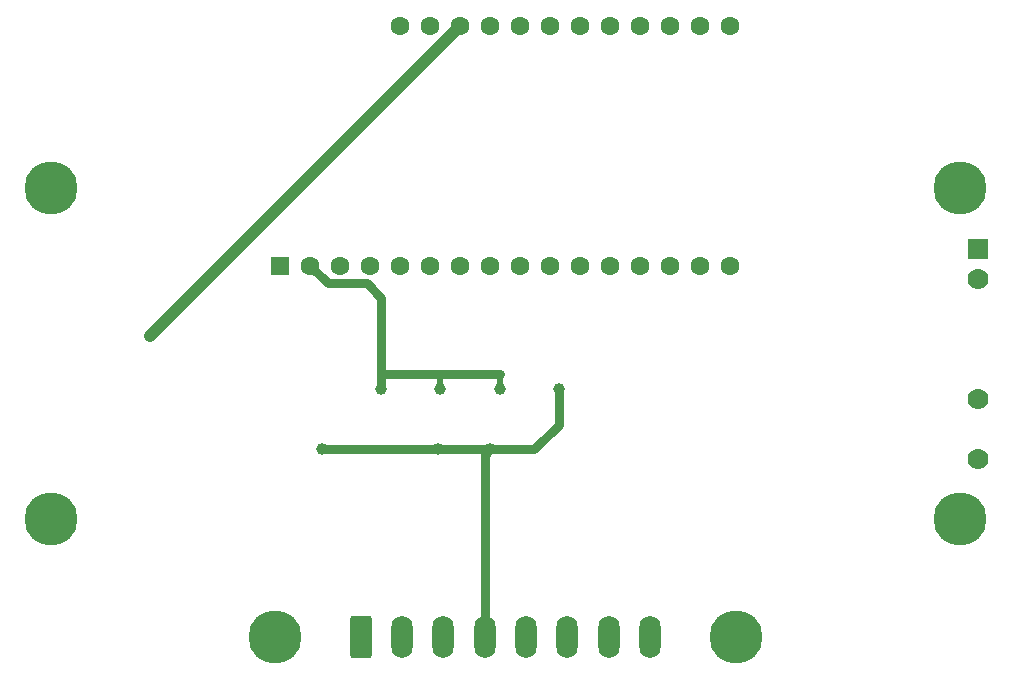
<source format=gbr>
%TF.GenerationSoftware,KiCad,Pcbnew,7.0.8*%
%TF.CreationDate,2023-10-18T11:28:30-05:00*%
%TF.ProjectId,ESP32_Garage_Door_Controller,45535033-325f-4476-9172-6167655f446f,rev?*%
%TF.SameCoordinates,Original*%
%TF.FileFunction,Copper,L2,Bot*%
%TF.FilePolarity,Positive*%
%FSLAX46Y46*%
G04 Gerber Fmt 4.6, Leading zero omitted, Abs format (unit mm)*
G04 Created by KiCad (PCBNEW 7.0.8) date 2023-10-18 11:28:30*
%MOMM*%
%LPD*%
G01*
G04 APERTURE LIST*
G04 Aperture macros list*
%AMRoundRect*
0 Rectangle with rounded corners*
0 $1 Rounding radius*
0 $2 $3 $4 $5 $6 $7 $8 $9 X,Y pos of 4 corners*
0 Add a 4 corners polygon primitive as box body*
4,1,4,$2,$3,$4,$5,$6,$7,$8,$9,$2,$3,0*
0 Add four circle primitives for the rounded corners*
1,1,$1+$1,$2,$3*
1,1,$1+$1,$4,$5*
1,1,$1+$1,$6,$7*
1,1,$1+$1,$8,$9*
0 Add four rect primitives between the rounded corners*
20,1,$1+$1,$2,$3,$4,$5,0*
20,1,$1+$1,$4,$5,$6,$7,0*
20,1,$1+$1,$6,$7,$8,$9,0*
20,1,$1+$1,$8,$9,$2,$3,0*%
G04 Aperture macros list end*
%TA.AperFunction,ComponentPad*%
%ADD10R,1.600000X1.600000*%
%TD*%
%TA.AperFunction,ComponentPad*%
%ADD11C,1.600000*%
%TD*%
%TA.AperFunction,ComponentPad*%
%ADD12C,3.100000*%
%TD*%
%TA.AperFunction,ConnectorPad*%
%ADD13C,4.500000*%
%TD*%
%TA.AperFunction,ComponentPad*%
%ADD14RoundRect,0.250000X-0.650000X-1.550000X0.650000X-1.550000X0.650000X1.550000X-0.650000X1.550000X0*%
%TD*%
%TA.AperFunction,ComponentPad*%
%ADD15O,1.800000X3.600000*%
%TD*%
%TA.AperFunction,ComponentPad*%
%ADD16R,1.778000X1.778000*%
%TD*%
%TA.AperFunction,ComponentPad*%
%ADD17C,1.778000*%
%TD*%
%TA.AperFunction,ViaPad*%
%ADD18C,1.000000*%
%TD*%
%TA.AperFunction,Conductor*%
%ADD19C,0.762000*%
%TD*%
%TA.AperFunction,Conductor*%
%ADD20C,0.254000*%
%TD*%
%TA.AperFunction,Conductor*%
%ADD21C,1.000000*%
%TD*%
%TA.AperFunction,Conductor*%
%ADD22C,0.800000*%
%TD*%
%TA.AperFunction,Conductor*%
%ADD23C,0.508000*%
%TD*%
G04 APERTURE END LIST*
D10*
%TO.P,A1,1,~{RESET}*%
%TO.N,unconnected-(A1-~{RESET}-Pad1)*%
X118450000Y-67552500D03*
D11*
%TO.P,A1,2,3V3*%
%TO.N,+3.3V*%
X120990000Y-67552500D03*
%TO.P,A1,3,NC*%
%TO.N,unconnected-(A1-NC-Pad3)*%
X123530000Y-67552500D03*
%TO.P,A1,4,GND*%
%TO.N,GND*%
X126070000Y-67552500D03*
%TO.P,A1,5,GPIO26*%
%TO.N,Net-(A1-GPIO26)*%
X128610000Y-67552500D03*
%TO.P,A1,6,GPIO25*%
%TO.N,Net-(A1-GPIO25)*%
X131150000Y-67552500D03*
%TO.P,A1,7,GPIO34*%
%TO.N,Net-(A1-GPIO34)*%
X133690000Y-67552500D03*
%TO.P,A1,8,GPIO39*%
%TO.N,unconnected-(A1-GPIO39-Pad8)*%
X136230000Y-67552500D03*
%TO.P,A1,9,GPIO36*%
%TO.N,unconnected-(A1-GPIO36-Pad9)*%
X138770000Y-67552500D03*
%TO.P,A1,10,GPIO4*%
%TO.N,Net-(A1-GPIO4)*%
X141310000Y-67552500D03*
%TO.P,A1,11,GPIO5*%
%TO.N,unconnected-(A1-GPIO5-Pad11)*%
X143850000Y-67552500D03*
%TO.P,A1,12,GPIO19*%
%TO.N,unconnected-(A1-GPIO19-Pad12)*%
X146390000Y-67552500D03*
%TO.P,A1,13,GPIO21*%
%TO.N,unconnected-(A1-GPIO21-Pad13)*%
X148930000Y-67552500D03*
%TO.P,A1,14,GPIO7*%
%TO.N,unconnected-(A1-GPIO7-Pad14)*%
X151470000Y-67552500D03*
%TO.P,A1,15,GPIO8*%
%TO.N,unconnected-(A1-GPIO8-Pad15)*%
X154010000Y-67552500D03*
%TO.P,A1,16,GPIO37*%
%TO.N,unconnected-(A1-GPIO37-Pad16)*%
X156550000Y-67552500D03*
%TO.P,A1,17,GPIO22*%
%TO.N,unconnected-(A1-GPIO22-Pad17)*%
X156550000Y-47232500D03*
%TO.P,A1,18,GPIO20*%
%TO.N,unconnected-(A1-GPIO20-Pad18)*%
X154010000Y-47232500D03*
%TO.P,A1,19,GPIO14*%
%TO.N,unconnected-(A1-GPIO14-Pad19)*%
X151470000Y-47232500D03*
%TO.P,A1,20,GPIO32*%
%TO.N,unconnected-(A1-GPIO32-Pad20)*%
X148930000Y-47232500D03*
%TO.P,A1,21,GPIO15*%
%TO.N,unconnected-(A1-GPIO15-Pad21)*%
X146390000Y-47232500D03*
%TO.P,A1,22,GPIO33*%
%TO.N,unconnected-(A1-GPIO33-Pad22)*%
X143850000Y-47232500D03*
%TO.P,A1,23,GPIO27*%
%TO.N,unconnected-(A1-GPIO27-Pad23)*%
X141310000Y-47232500D03*
%TO.P,A1,24,GPIO12*%
%TO.N,unconnected-(A1-GPIO12-Pad24)*%
X138770000Y-47232500D03*
%TO.P,A1,25,GPIO13*%
%TO.N,unconnected-(A1-GPIO13-Pad25)*%
X136230000Y-47232500D03*
%TO.P,A1,26,VBUS*%
%TO.N,+5V*%
X133690000Y-47232500D03*
%TO.P,A1,27,EN*%
%TO.N,unconnected-(A1-EN-Pad27)*%
X131150000Y-47232500D03*
%TO.P,A1,28,VBAT*%
%TO.N,unconnected-(A1-VBAT-Pad28)*%
X128610000Y-47232500D03*
%TD*%
D12*
%TO.P,REF\u002A\u002A,1*%
%TO.N,N/C*%
X176000000Y-61000000D03*
D13*
X176000000Y-61000000D03*
%TD*%
D14*
%TO.P,J2,1,Pin_1*%
%TO.N,Net-(D1-IO1)*%
X125250000Y-99000000D03*
D15*
%TO.P,J2,2,Pin_2*%
%TO.N,Net-(D1-IO2)*%
X128750000Y-99000000D03*
%TO.P,J2,3,Pin_3*%
%TO.N,GND*%
X132250000Y-99000000D03*
%TO.P,J2,4,Pin_4*%
%TO.N,+5V*%
X135750000Y-99000000D03*
%TO.P,J2,5,Pin_5*%
%TO.N,Net-(D2-IO1)*%
X139250000Y-99000000D03*
%TO.P,J2,6,Pin_6*%
%TO.N,GND*%
X142750000Y-99000000D03*
%TO.P,J2,7,Pin_7*%
%TO.N,Net-(J2-Pin_7)*%
X146250000Y-99000000D03*
%TO.P,J2,8,Pin_8*%
%TO.N,Net-(J2-Pin_8)*%
X149750000Y-99000000D03*
%TD*%
D12*
%TO.P,REF\u002A\u002A,1*%
%TO.N,N/C*%
X99000000Y-61000000D03*
D13*
X99000000Y-61000000D03*
%TD*%
D16*
%TO.P,RL1,1*%
%TO.N,Net-(Q4-D)*%
X177500000Y-66110000D03*
D17*
%TO.P,RL1,2*%
%TO.N,Net-(R6-Pad2)*%
X177500000Y-68650000D03*
%TO.P,RL1,3*%
%TO.N,Net-(J2-Pin_8)*%
X177500000Y-78810000D03*
%TO.P,RL1,4*%
%TO.N,Net-(J2-Pin_7)*%
X177500000Y-83890000D03*
%TD*%
D12*
%TO.P,REF\u002A\u002A,1*%
%TO.N,N/C*%
X118000000Y-99000000D03*
D13*
X118000000Y-99000000D03*
%TD*%
D12*
%TO.P,REF\u002A\u002A,1*%
%TO.N,N/C*%
X157000000Y-99000000D03*
D13*
X157000000Y-99000000D03*
%TD*%
D12*
%TO.P,REF\u002A\u002A,1*%
%TO.N,N/C*%
X99000000Y-89000000D03*
D13*
X99000000Y-89000000D03*
%TD*%
D12*
%TO.P,REF\u002A\u002A,1*%
%TO.N,N/C*%
X176000000Y-89000000D03*
D13*
X176000000Y-89000000D03*
%TD*%
D18*
%TO.N,+5V*%
X142000000Y-78000000D03*
X107442500Y-73480000D03*
X136200000Y-83087500D03*
X131800000Y-83087500D03*
X122000000Y-83087500D03*
%TO.N,+3.3V*%
X132000000Y-78000000D03*
X137000000Y-78000000D03*
X127000000Y-78000000D03*
%TD*%
D19*
%TO.N,+5V*%
X142000000Y-81000000D02*
X142000000Y-78000000D01*
D20*
X139912500Y-83087500D02*
X142000000Y-81000000D01*
D19*
X136200000Y-83087500D02*
X139912500Y-83087500D01*
X142000000Y-81000000D02*
X140000000Y-83000000D01*
X135750000Y-83537500D02*
X136200000Y-83087500D01*
X135750000Y-97800000D02*
X135750000Y-83537500D01*
X131800000Y-83087500D02*
X136200000Y-83087500D01*
X122000000Y-83087500D02*
X131800000Y-83087500D01*
X107442500Y-73480000D02*
X107672500Y-73250000D01*
D21*
X133690000Y-47232500D02*
X107442500Y-73480000D01*
D22*
%TO.N,+3.3V*%
X127000000Y-76750000D02*
X127000000Y-70250000D01*
X127000000Y-70250000D02*
X125750000Y-69000000D01*
X125750000Y-69000000D02*
X122437500Y-69000000D01*
D23*
X137000000Y-78000000D02*
X137000000Y-76750000D01*
D22*
X127000000Y-78000000D02*
X127000000Y-76750000D01*
X132000000Y-76750000D02*
X137000000Y-76750000D01*
D23*
X132000000Y-78000000D02*
X132000000Y-76750000D01*
D22*
X127000000Y-76750000D02*
X132000000Y-76750000D01*
X122437500Y-69000000D02*
X120990000Y-67552500D01*
%TD*%
M02*

</source>
